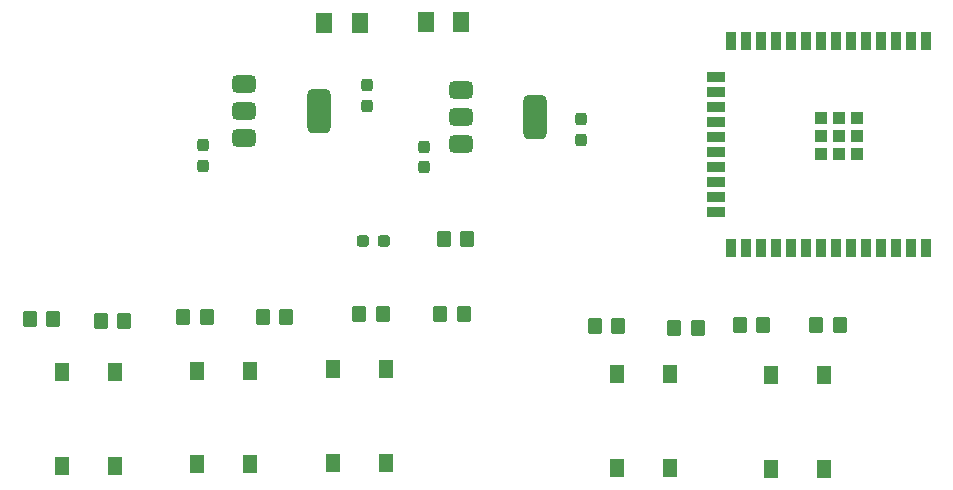
<source format=gbr>
%TF.GenerationSoftware,KiCad,Pcbnew,8.0.0*%
%TF.CreationDate,2025-02-17T23:06:34+05:30*%
%TF.ProjectId,Remote_motorcycle,52656d6f-7465-45f6-9d6f-746f72637963,rev?*%
%TF.SameCoordinates,Original*%
%TF.FileFunction,Paste,Top*%
%TF.FilePolarity,Positive*%
%FSLAX46Y46*%
G04 Gerber Fmt 4.6, Leading zero omitted, Abs format (unit mm)*
G04 Created by KiCad (PCBNEW 8.0.0) date 2025-02-17 23:06:34*
%MOMM*%
%LPD*%
G01*
G04 APERTURE LIST*
G04 Aperture macros list*
%AMRoundRect*
0 Rectangle with rounded corners*
0 $1 Rounding radius*
0 $2 $3 $4 $5 $6 $7 $8 $9 X,Y pos of 4 corners*
0 Add a 4 corners polygon primitive as box body*
4,1,4,$2,$3,$4,$5,$6,$7,$8,$9,$2,$3,0*
0 Add four circle primitives for the rounded corners*
1,1,$1+$1,$2,$3*
1,1,$1+$1,$4,$5*
1,1,$1+$1,$6,$7*
1,1,$1+$1,$8,$9*
0 Add four rect primitives between the rounded corners*
20,1,$1+$1,$2,$3,$4,$5,0*
20,1,$1+$1,$4,$5,$6,$7,0*
20,1,$1+$1,$6,$7,$8,$9,0*
20,1,$1+$1,$8,$9,$2,$3,0*%
G04 Aperture macros list end*
%ADD10R,1.300000X1.550000*%
%ADD11RoundRect,0.250000X-0.350000X-0.450000X0.350000X-0.450000X0.350000X0.450000X-0.350000X0.450000X0*%
%ADD12RoundRect,0.237500X0.237500X-0.300000X0.237500X0.300000X-0.237500X0.300000X-0.237500X-0.300000X0*%
%ADD13RoundRect,0.237500X-0.237500X0.300000X-0.237500X-0.300000X0.237500X-0.300000X0.237500X0.300000X0*%
%ADD14R,0.900000X1.500000*%
%ADD15R,1.500000X0.900000*%
%ADD16R,1.050000X1.050000*%
%ADD17RoundRect,0.250000X0.350000X0.450000X-0.350000X0.450000X-0.350000X-0.450000X0.350000X-0.450000X0*%
%ADD18RoundRect,0.250001X-0.462499X-0.624999X0.462499X-0.624999X0.462499X0.624999X-0.462499X0.624999X0*%
%ADD19RoundRect,0.237500X-0.287500X-0.237500X0.287500X-0.237500X0.287500X0.237500X-0.287500X0.237500X0*%
%ADD20RoundRect,0.375000X-0.625000X-0.375000X0.625000X-0.375000X0.625000X0.375000X-0.625000X0.375000X0*%
%ADD21RoundRect,0.500000X-0.500000X-1.400000X0.500000X-1.400000X0.500000X1.400000X-0.500000X1.400000X0*%
%ADD22RoundRect,0.250001X0.462499X0.624999X-0.462499X0.624999X-0.462499X-0.624999X0.462499X-0.624999X0*%
G04 APERTURE END LIST*
D10*
%TO.C,SW4*%
X128480000Y-150560000D03*
X128480000Y-142610000D03*
X132980000Y-150560000D03*
X132980000Y-142610000D03*
%TD*%
D11*
%TO.C,R7*%
X126610000Y-138560000D03*
X128610000Y-138560000D03*
%TD*%
%TO.C,R1*%
X78780000Y-137940000D03*
X80780000Y-137940000D03*
%TD*%
D12*
%TO.C,C4*%
X107287500Y-119892500D03*
X107287500Y-118167500D03*
%TD*%
D13*
%TO.C,C2*%
X93467500Y-123227500D03*
X93467500Y-124952500D03*
%TD*%
D14*
%TO.C,U1*%
X154620000Y-114400000D03*
X153350000Y-114400000D03*
X152080000Y-114400000D03*
X150810000Y-114400000D03*
X149540000Y-114400000D03*
X148270000Y-114400000D03*
X147000000Y-114400000D03*
X145730000Y-114400000D03*
X144460000Y-114400000D03*
X143190000Y-114400000D03*
X141920000Y-114400000D03*
X140650000Y-114400000D03*
X139380000Y-114400000D03*
X138110000Y-114400000D03*
D15*
X136860000Y-117440000D03*
X136860000Y-118710000D03*
X136860000Y-119980000D03*
X136860000Y-121250000D03*
X136860000Y-122520000D03*
X136860000Y-123790000D03*
X136860000Y-125060000D03*
X136860000Y-126330000D03*
X136860000Y-127600000D03*
X136860000Y-128870000D03*
D14*
X138110000Y-131900000D03*
X139380000Y-131900000D03*
X140650000Y-131900000D03*
X141920000Y-131900000D03*
X143190000Y-131900000D03*
X144460000Y-131900000D03*
X145730000Y-131900000D03*
X147000000Y-131900000D03*
X148270000Y-131900000D03*
X149540000Y-131900000D03*
X150810000Y-131900000D03*
X152080000Y-131900000D03*
X153350000Y-131900000D03*
X154620000Y-131900000D03*
D16*
X148805000Y-120945000D03*
X147280000Y-120945000D03*
X145755000Y-120945000D03*
X148805000Y-122470000D03*
X147280000Y-122470000D03*
X145755000Y-122470000D03*
X148805000Y-123995000D03*
X147280000Y-123995000D03*
X145755000Y-123995000D03*
%TD*%
D11*
%TO.C,R5*%
X106650000Y-137510000D03*
X108650000Y-137510000D03*
%TD*%
%TO.C,R6*%
X113510000Y-137510000D03*
X115510000Y-137510000D03*
%TD*%
D17*
%TO.C,R11*%
X140900000Y-138470000D03*
X138900000Y-138470000D03*
%TD*%
D18*
%TO.C,F1*%
X112305000Y-112790000D03*
X115280000Y-112790000D03*
%TD*%
D19*
%TO.C,D1*%
X107020000Y-131310000D03*
X108770000Y-131310000D03*
%TD*%
D10*
%TO.C,SW3*%
X104440000Y-150160000D03*
X104440000Y-142210000D03*
X108940000Y-150160000D03*
X108940000Y-142210000D03*
%TD*%
D11*
%TO.C,R2*%
X84790000Y-138090000D03*
X86790000Y-138090000D03*
%TD*%
D10*
%TO.C,SW5*%
X141500000Y-150660000D03*
X141500000Y-142710000D03*
X146000000Y-150660000D03*
X146000000Y-142710000D03*
%TD*%
D13*
%TO.C,C1*%
X112117500Y-123377500D03*
X112117500Y-125102500D03*
%TD*%
D11*
%TO.C,R8*%
X133320000Y-138710000D03*
X135320000Y-138710000D03*
%TD*%
D20*
%TO.C,U2*%
X115290000Y-118550000D03*
X115290000Y-120850000D03*
D21*
X121590000Y-120850000D03*
D20*
X115290000Y-123150000D03*
%TD*%
D17*
%TO.C,R10*%
X147360000Y-138470000D03*
X145360000Y-138470000D03*
%TD*%
D22*
%TO.C,F2*%
X106700000Y-112880000D03*
X103725000Y-112880000D03*
%TD*%
D17*
%TO.C,R9*%
X115810000Y-131190000D03*
X113810000Y-131190000D03*
%TD*%
D10*
%TO.C,SW1*%
X81500000Y-150360000D03*
X81500000Y-142410000D03*
X86000000Y-150360000D03*
X86000000Y-142410000D03*
%TD*%
D11*
%TO.C,R3*%
X91750000Y-137740000D03*
X93750000Y-137740000D03*
%TD*%
D20*
%TO.C,U3*%
X96930000Y-118010000D03*
X96930000Y-120310000D03*
D21*
X103230000Y-120310000D03*
D20*
X96930000Y-122610000D03*
%TD*%
D13*
%TO.C,C3*%
X125467500Y-121027500D03*
X125467500Y-122752500D03*
%TD*%
D11*
%TO.C,R4*%
X98510000Y-137740000D03*
X100510000Y-137740000D03*
%TD*%
D10*
%TO.C,SW2*%
X92920000Y-150260000D03*
X92920000Y-142310000D03*
X97420000Y-150260000D03*
X97420000Y-142310000D03*
%TD*%
M02*

</source>
